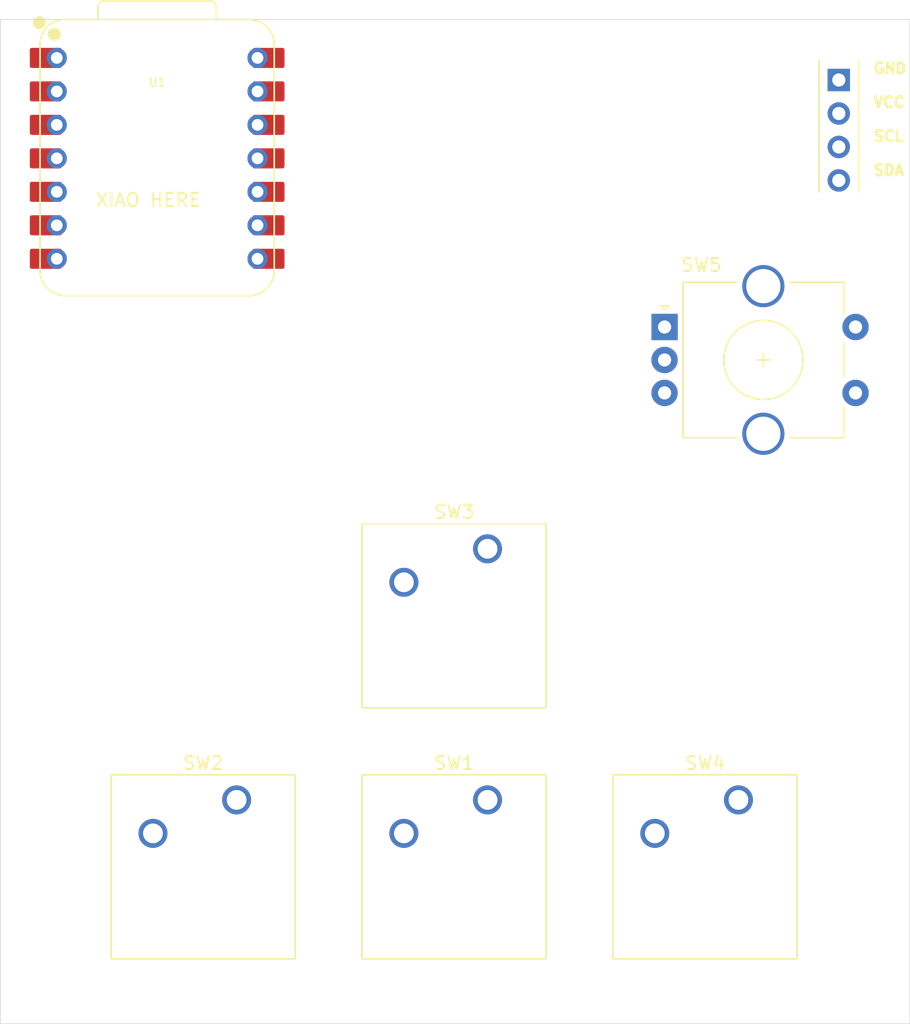
<source format=kicad_pcb>
(kicad_pcb (version 20241229) (generator "pcbnew") (generator_version "9.0")
  (layers (0 "F.Cu" signal) (2 "B.Cu" signal) (13 "F.Paste" user) (15 "B.Paste" user) (5 "F.SilkS" user "F.Silkscreen") (7 "B.SilkS" user "B.Silkscreen") (1 "F.Mask" user) (3 "B.Mask" user) (25 "Edge.Cuts" user))
  (net 0 "")
  (net 1 "+5V")
  (net 2 "GND")
  (net 3 "Net-(U1-GPIO1{slash}RX)")
  (net 4 "Net-(U1-GPIO2{slash}SCK)")
  (net 5 "Net-(U1-GPIO4{slash}MISO)")
  (net 6 "Net-(U1-GPIO3{slash}MOSI)")
  (net 7 "Net-(U1-GPIO28{slash}ADC2{slash}A2)")
  (net 8 "Net-(U1-GPIO29{slash}ADC3{slash}A3)")
  (footprint "Oled.pretty:OLED_1x4_2.54mm" (layer "F.Cu") (at 256.54 68.89 -90)
    (property "Reference" "J?" (hide yes))
    (property "Value" "OLED_1x4")
    (fp_line (start -1.5 1.5) (end 8.5 1.5) (stroke (width 0.12)) (layer "F.SilkS"))
    (fp_line (start -1.5 -1.5) (end 8.5 -1.5) (stroke (width 0.12)) (layer "F.SilkS"))
    (pad "1" thru_hole rect (at 0 0 270) (size 1.7 1.7) (drill 1) (layers "*.Cu" "*.Mask"))
    (pad "2" thru_hole circle (at 2.54 0 270) (size 1.7 1.7) (drill 1) (layers "*.Cu" "*.Mask"))
    (pad "3" thru_hole circle (at 5.08 0 270) (size 1.7 1.7) (drill 1) (layers "*.Cu" "*.Mask"))
    (pad "4" thru_hole circle (at 7.62 0 270) (size 1.7 1.7) (drill 1) (layers "*.Cu" "*.Mask"))
  )
  (footprint "OPL Library Footprint:XIAO-RP2040-DIP" (layer "F.Cu") (at 204.7875 74.83425)
    (property "Reference" "U1" (at 0 -5.778 0) (layer "F.SilkS") (effects (font (size 0.635 0.635) (thickness 0.1016))))
    (property "Value" "XIAO-RP2040-DIP")
    (fp_line (start -8.89 8.509) (end -8.89 -8.636) (stroke (width 0.127)) (layer "F.SilkS"))
    (fp_line (start -6.985 10.414) (end 6.985 10.414) (stroke (width 0.127)) (layer "F.SilkS"))
    (fp_line (start -4.495 -10.541) (end -4.491272 -11.451272) (stroke (width 0.127)) (layer "F.SilkS"))
    (fp_line (start -3.991272 -11.951) (end 4.004 -11.951) (stroke (width 0.127)) (layer "F.SilkS"))
    (fp_line (start 4.504 -11.451) (end 4.504 -10.541) (stroke (width 0.127)) (layer "F.SilkS"))
    (fp_line (start 6.985 -10.541) (end -6.985 -10.541) (stroke (width 0.1)) (layer "F.SilkS"))
    (fp_line (start 6.985 -10.541) (end -6.985 -10.541) (stroke (width 0.127)) (layer "F.SilkS"))
    (fp_line (start 8.89 8.509) (end 8.89 -8.636) (stroke (width 0.127)) (layer "F.SilkS"))
    (fp_arc (start -8.89 -8.636) (mid -8.332038 -9.983038) (end -6.985 -10.541) (stroke (width 0.127)) (layer "F.SilkS"))
    (fp_arc (start -6.985 10.414) (mid -8.332038 9.856038) (end -8.89 8.509) (stroke (width 0.127)) (layer "F.SilkS"))
    (fp_arc (start -4.491272 -11.451272) (mid -4.344728 -11.80464) (end -3.991272 -11.951) (stroke (width 0.127)) (layer "F.SilkS"))
    (fp_arc (start 4.004 -11.951) (mid 4.357553 -11.804553) (end 4.504 -11.451) (stroke (width 0.127)) (layer "F.SilkS"))
    (fp_arc (start 6.985 -10.541) (mid 8.332038 -9.983038) (end 8.89 -8.636) (stroke (width 0.127)) (layer "F.SilkS"))
    (fp_arc (start 8.89 8.509) (mid 8.332038 9.856038) (end 6.985 10.414) (stroke (width 0.127)) (layer "F.SilkS"))
    (fp_circle (center -8.95 -10.3) (end -8.95 -10.554) (stroke (width 0.5)) (fill yes) (layer "F.SilkS"))
    (fp_circle (center -7.807 -9.42) (end -7.807 -9.674) (stroke (width 0.5)) (fill yes) (layer "F.SilkS"))
    (pad "1" smd roundrect (at -8.455 -7.62 180) (size 2.432 1.524) (layers "F.Cu" "F.Mask") (roundrect_rratio 0.1))
    (pad "1" thru_hole circle (at -7.62 -7.62 180) (size 1.524 1.524) (drill 0.889) (layers "*.Cu" "*.Mask"))
    (pad "2" smd roundrect (at -8.455 -5.08 180) (size 2.432 1.524) (layers "F.Cu" "F.Mask") (roundrect_rratio 0.1))
    (pad "2" thru_hole circle (at -7.62 -5.08 180) (size 1.524 1.524) (drill 0.889) (layers "*.Cu" "*.Mask"))
    (pad "3" smd roundrect (at -8.455 -2.54 180) (size 2.432 1.524) (layers "F.Cu" "F.Mask") (roundrect_rratio 0.1) (net 7 "Net-(U1-GPIO28{slash}ADC2{slash}A2)"))
    (pad "3" thru_hole circle (at -7.62 -2.54 180) (size 1.524 1.524) (drill 0.889) (layers "*.Cu" "*.Mask") (net 7 "Net-(U1-GPIO28{slash}ADC2{slash}A2)"))
    (pad "4" smd roundrect (at -8.455 0 180) (size 2.432 1.524) (layers "F.Cu" "F.Mask") (roundrect_rratio 0.1) (net 8 "Net-(U1-GPIO29{slash}ADC3{slash}A3)"))
    (pad "4" thru_hole circle (at -7.62 0 180) (size 1.524 1.524) (drill 0.889) (layers "*.Cu" "*.Mask") (net 8 "Net-(U1-GPIO29{slash}ADC3{slash}A3)"))
    (pad "5" smd roundrect (at -8.455 2.54 180) (size 2.432 1.524) (layers "F.Cu" "F.Mask") (roundrect_rratio 0.1))
    (pad "5" thru_hole circle (at -7.62 2.54 180) (size 1.524 1.524) (drill 0.889) (layers "*.Cu" "*.Mask"))
    (pad "6" smd roundrect (at -8.455 5.08 180) (size 2.432 1.524) (layers "F.Cu" "F.Mask") (roundrect_rratio 0.1))
    (pad "6" thru_hole circle (at -7.62 5.08 180) (size 1.524 1.524) (drill 0.889) (layers "*.Cu" "*.Mask"))
    (pad "7" smd roundrect (at -8.455 7.62 180) (size 2.432 1.524) (layers "F.Cu" "F.Mask") (roundrect_rratio 0.1))
    (pad "7" thru_hole circle (at -7.62 7.62 180) (size 1.524 1.524) (drill 0.889) (layers "*.Cu" "*.Mask"))
    (pad "8" thru_hole circle (at 7.62 7.62) (size 1.524 1.524) (drill 0.889) (layers "*.Cu" "*.Mask") (net 3 "Net-(U1-GPIO1{slash}RX)"))
    (pad "8" smd roundrect (at 8.455 7.62) (size 2.432 1.524) (layers "F.Cu" "F.Mask") (roundrect_rratio 0.1) (net 3 "Net-(U1-GPIO1{slash}RX)"))
    (pad "9" thru_hole circle (at 7.62 5.08) (size 1.524 1.524) (drill 0.889) (layers "*.Cu" "*.Mask") (net 4 "Net-(U1-GPIO2{slash}SCK)"))
    (pad "9" smd roundrect (at 8.455 5.08) (size 2.432 1.524) (layers "F.Cu" "F.Mask") (roundrect_rratio 0.1) (net 4 "Net-(U1-GPIO2{slash}SCK)"))
    (pad "10" thru_hole circle (at 7.62 2.54) (size 1.524 1.524) (drill 0.889) (layers "*.Cu" "*.Mask") (net 5 "Net-(U1-GPIO4{slash}MISO)"))
    (pad "10" smd roundrect (at 8.455 2.54) (size 2.432 1.524) (layers "F.Cu" "F.Mask") (roundrect_rratio 0.1) (net 5 "Net-(U1-GPIO4{slash}MISO)"))
    (pad "11" thru_hole circle (at 7.62 0) (size 1.524 1.524) (drill 0.889) (layers "*.Cu" "*.Mask") (net 6 "Net-(U1-GPIO3{slash}MOSI)"))
    (pad "11" smd roundrect (at 8.455 0) (size 2.432 1.524) (layers "F.Cu" "F.Mask") (roundrect_rratio 0.1) (net 6 "Net-(U1-GPIO3{slash}MOSI)"))
    (pad "12" thru_hole circle (at 7.62 -2.54) (size 1.524 1.524) (drill 0.889) (layers "*.Cu" "*.Mask"))
    (pad "12" smd roundrect (at 8.455 -2.54) (size 2.432 1.524) (layers "F.Cu" "F.Mask") (roundrect_rratio 0.1))
    (pad "13" thru_hole circle (at 7.62 -5.08) (size 1.524 1.524) (drill 0.889) (layers "*.Cu" "*.Mask") (net 2 "GND"))
    (pad "13" smd roundrect (at 8.455 -5.08) (size 2.432 1.524) (layers "F.Cu" "F.Mask") (roundrect_rratio 0.1) (net 2 "GND"))
    (pad "14" thru_hole circle (at 7.62 -7.62) (size 1.524 1.524) (drill 0.889) (layers "*.Cu" "*.Mask") (net 1 "+5V"))
    (pad "14" smd roundrect (at 8.455 -7.62) (size 2.432 1.524) (layers "F.Cu" "F.Mask") (roundrect_rratio 0.1) (net 1 "+5V"))
  )
  (footprint "Knob:RotaryEncoder_Alps_EC11E-Switch_Vertical_H20mm_CircularMountingHoles" (layer "F.Cu") (at 243.31 87.63)
    (property "Reference" "SW5" (at 2.8 -4.7 0) (layer "F.SilkS"))
    (property "Value" "RotaryEncoder")
    (fp_line (start -0.3 -1.6) (end 0.3 -1.6) (stroke (width 0.12)) (layer "F.SilkS"))
    (fp_line (start 0 -1.3) (end -0.3 -1.6) (stroke (width 0.12)) (layer "F.SilkS"))
    (fp_line (start 0.3 -1.6) (end 0 -1.3) (stroke (width 0.12)) (layer "F.SilkS"))
    (fp_line (start 1.4 -3.4) (end 1.4 8.4) (stroke (width 0.12)) (layer "F.SilkS"))
    (fp_line (start 5.5 -3.4) (end 1.4 -3.4) (stroke (width 0.12)) (layer "F.SilkS"))
    (fp_line (start 5.5 8.4) (end 1.4 8.4) (stroke (width 0.12)) (layer "F.SilkS"))
    (fp_line (start 7 2.5) (end 8 2.5) (stroke (width 0.12)) (layer "F.SilkS"))
    (fp_line (start 7.5 2) (end 7.5 3) (stroke (width 0.12)) (layer "F.SilkS"))
    (fp_line (start 9.5 -3.4) (end 13.6 -3.4) (stroke (width 0.12)) (layer "F.SilkS"))
    (fp_line (start 13.6 -3.4) (end 13.6 -1) (stroke (width 0.12)) (layer "F.SilkS"))
    (fp_line (start 13.6 1.2) (end 13.6 3.8) (stroke (width 0.12)) (layer "F.SilkS"))
    (fp_line (start 13.6 6) (end 13.6 8.4) (stroke (width 0.12)) (layer "F.SilkS"))
    (fp_line (start 13.6 8.4) (end 9.5 8.4) (stroke (width 0.12)) (layer "F.SilkS"))
    (fp_circle (center 7.5 2.5) (end 10.5 2.5) (stroke (width 0.12)) (fill no) (layer "F.SilkS"))
    (pad "A" thru_hole rect (at 0 0) (size 2 2) (drill 1) (layers "*.Cu" "*.Mask") (net 7 "Net-(U1-GPIO28{slash}ADC2{slash}A2)"))
    (pad "B" thru_hole circle (at 0 5) (size 2 2) (drill 1) (layers "*.Cu" "*.Mask") (net 8 "Net-(U1-GPIO29{slash}ADC3{slash}A3)"))
    (pad "C" thru_hole circle (at 0 2.5) (size 2 2) (drill 1) (layers "*.Cu" "*.Mask") (net 2 "GND"))
    (pad "MP" thru_hole circle (at 7.5 -3.1) (size 3.2 3.2) (drill 2.6) (layers "*.Cu" "*.Mask"))
    (pad "MP" thru_hole circle (at 7.5 8.1) (size 3.2 3.2) (drill 2.6) (layers "*.Cu" "*.Mask"))
    (pad "S1" thru_hole circle (at 14.5 5) (size 2 2) (drill 1) (layers "*.Cu" "*.Mask"))
    (pad "S2" thru_hole circle (at 14.5 0) (size 2 2) (drill 1) (layers "*.Cu" "*.Mask"))
  )
  (footprint "Button_Switch_Keyboard:SW_Cherry_MX_1.00u_PCB" (layer "F.Cu") (at 229.87 104.4575)
    (property "Reference" "SW3" (at -2.54 -2.794 0) (layer "F.SilkS"))
    (property "Value" "SW_Push")
    (fp_line (start -9.525 -1.905) (end 4.445 -1.905) (stroke (width 0.12)) (layer "F.SilkS"))
    (fp_line (start -9.525 12.065) (end -9.525 -1.905) (stroke (width 0.12)) (layer "F.SilkS"))
    (fp_line (start 4.445 -1.905) (end 4.445 12.065) (stroke (width 0.12)) (layer "F.SilkS"))
    (fp_line (start 4.445 12.065) (end -9.525 12.065) (stroke (width 0.12)) (layer "F.SilkS"))
    (pad "" np_thru_hole circle (at -7.62 5.08) (size 1.7 1.7) (drill 1.7) (layers "*.Cu" "*.Mask"))
    (pad "" np_thru_hole circle (at -2.54 5.08) (size 4 4) (drill 4) (layers "*.Cu" "*.Mask"))
    (pad "" np_thru_hole circle (at 2.54 5.08) (size 1.7 1.7) (drill 1.7) (layers "*.Cu" "*.Mask"))
    (pad "1" thru_hole circle (at 0 0) (size 2.2 2.2) (drill 1.5) (layers "*.Cu" "*.Mask") (net 5 "Net-(U1-GPIO4{slash}MISO)"))
    (pad "2" thru_hole circle (at -6.35 2.54) (size 2.2 2.2) (drill 1.5) (layers "*.Cu" "*.Mask") (net 2 "GND"))
  )
  (footprint "Button_Switch_Keyboard:SW_Cherry_MX_1.00u_PCB" (layer "F.Cu") (at 248.92 123.5075)
    (property "Reference" "SW4" (at -2.54 -2.794 0) (layer "F.SilkS"))
    (property "Value" "SW_Push")
    (fp_line (start -9.525 -1.905) (end 4.445 -1.905) (stroke (width 0.12)) (layer "F.SilkS"))
    (fp_line (start -9.525 12.065) (end -9.525 -1.905) (stroke (width 0.12)) (layer "F.SilkS"))
    (fp_line (start 4.445 -1.905) (end 4.445 12.065) (stroke (width 0.12)) (layer "F.SilkS"))
    (fp_line (start 4.445 12.065) (end -9.525 12.065) (stroke (width 0.12)) (layer "F.SilkS"))
    (pad "" np_thru_hole circle (at -7.62 5.08) (size 1.7 1.7) (drill 1.7) (layers "*.Cu" "*.Mask"))
    (pad "" np_thru_hole circle (at -2.54 5.08) (size 4 4) (drill 4) (layers "*.Cu" "*.Mask"))
    (pad "" np_thru_hole circle (at 2.54 5.08) (size 1.7 1.7) (drill 1.7) (layers "*.Cu" "*.Mask"))
    (pad "1" thru_hole circle (at 0 0) (size 2.2 2.2) (drill 1.5) (layers "*.Cu" "*.Mask") (net 6 "Net-(U1-GPIO3{slash}MOSI)"))
    (pad "2" thru_hole circle (at -6.35 2.54) (size 2.2 2.2) (drill 1.5) (layers "*.Cu" "*.Mask") (net 2 "GND"))
  )
  (footprint "Button_Switch_Keyboard:SW_Cherry_MX_1.00u_PCB" (layer "F.Cu") (at 229.87 123.5075)
    (property "Reference" "SW1" (at -2.54 -2.794 0) (layer "F.SilkS"))
    (property "Value" "SW_Push")
    (fp_line (start -9.525 -1.905) (end 4.445 -1.905) (stroke (width 0.12)) (layer "F.SilkS"))
    (fp_line (start -9.525 12.065) (end -9.525 -1.905) (stroke (width 0.12)) (layer "F.SilkS"))
    (fp_line (start 4.445 -1.905) (end 4.445 12.065) (stroke (width 0.12)) (layer "F.SilkS"))
    (fp_line (start 4.445 12.065) (end -9.525 12.065) (stroke (width 0.12)) (layer "F.SilkS"))
    (pad "" np_thru_hole circle (at -7.62 5.08) (size 1.7 1.7) (drill 1.7) (layers "*.Cu" "*.Mask"))
    (pad "" np_thru_hole circle (at -2.54 5.08) (size 4 4) (drill 4) (layers "*.Cu" "*.Mask"))
    (pad "" np_thru_hole circle (at 2.54 5.08) (size 1.7 1.7) (drill 1.7) (layers "*.Cu" "*.Mask"))
    (pad "1" thru_hole circle (at 0 0) (size 2.2 2.2) (drill 1.5) (layers "*.Cu" "*.Mask") (net 3 "Net-(U1-GPIO1{slash}RX)"))
    (pad "2" thru_hole circle (at -6.35 2.54) (size 2.2 2.2) (drill 1.5) (layers "*.Cu" "*.Mask") (net 2 "GND"))
  )
  (footprint "Button_Switch_Keyboard:SW_Cherry_MX_1.00u_PCB" (layer "F.Cu") (at 210.82 123.5075)
    (property "Reference" "SW2" (at -2.54 -2.794 0) (layer "F.SilkS"))
    (property "Value" "SW_Push")
    (fp_line (start -9.525 -1.905) (end 4.445 -1.905) (stroke (width 0.12)) (layer "F.SilkS"))
    (fp_line (start -9.525 12.065) (end -9.525 -1.905) (stroke (width 0.12)) (layer "F.SilkS"))
    (fp_line (start 4.445 -1.905) (end 4.445 12.065) (stroke (width 0.12)) (layer "F.SilkS"))
    (fp_line (start 4.445 12.065) (end -9.525 12.065) (stroke (width 0.12)) (layer "F.SilkS"))
    (pad "" np_thru_hole circle (at -7.62 5.08) (size 1.7 1.7) (drill 1.7) (layers "*.Cu" "*.Mask"))
    (pad "" np_thru_hole circle (at -2.54 5.08) (size 4 4) (drill 4) (layers "*.Cu" "*.Mask"))
    (pad "" np_thru_hole circle (at 2.54 5.08) (size 1.7 1.7) (drill 1.7) (layers "*.Cu" "*.Mask"))
    (pad "1" thru_hole circle (at 0 0) (size 2.2 2.2) (drill 1.5) (layers "*.Cu" "*.Mask") (net 4 "Net-(U1-GPIO2{slash}SCK)"))
    (pad "2" thru_hole circle (at -6.35 2.54) (size 2.2 2.2) (drill 1.5) (layers "*.Cu" "*.Mask") (net 2 "GND"))
  )
  (gr_rect (start 192.88125 64.29375) (end 261.9375 140.49375) (stroke (width 0.05)) (fill no) (layer "Edge.Cuts"))
  (gr_text "XIAO HERE" (at 200.025 78.58125 0) (layer "F.SilkS") (effects (font (size 1 1)) (justify left bottom)))
  (gr_text "GND\n\nVCC\n\nSCL\n\nSDA" (at 259.08 76.2 0) (layer "F.SilkS") (effects (font (size 0.8 0.8) (thickness 0.2) (bold yes)) (justify left bottom)))
)
</source>
